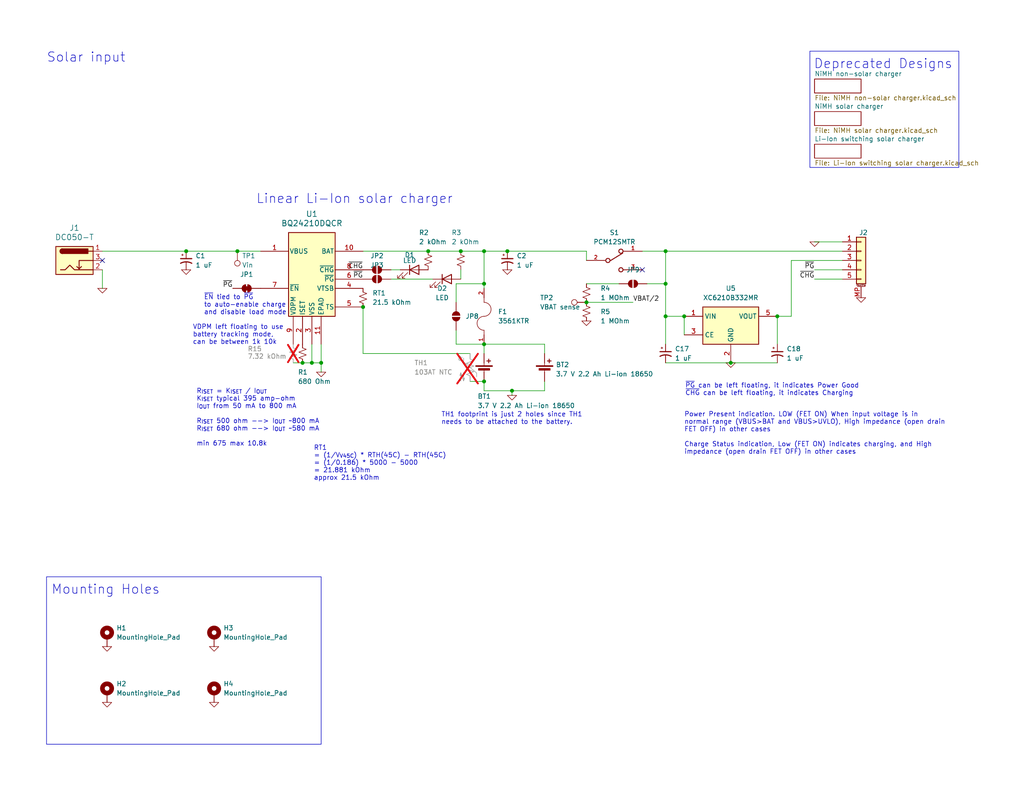
<source format=kicad_sch>
(kicad_sch (version 20250114) (generator "eeschema") (generator_version "9.0")
  (paper "USLetter")
  (title_block (title "ENTS Node Battery Module") (date "2025-08-26") (rev "3") (comment 1 "Jack Lin"))
  (lib_symbols
    (symbol "3561KTR:3561KTR" (pin_names (offset 1.016))
      (property "Reference" "F" (at -2.54 5.08 0))
      (property "Value" "3561KTR" (at -2.54 -5.08 0))
      (symbol "3561KTR_0_0"
        (polyline (pts (xy -5.08 0) (xy -3.81 0)) (stroke (width 0.1524)))
        (arc (start -3.81 0) (mid -1.905 1.8967) (end 0 0) (stroke (width 0.1524)))
        (arc (start 3.81 0) (mid 1.905 -1.8967) (end 0 0) (stroke (width 0.1524)))
        (polyline (pts (xy 5.08 0) (xy 3.81 0)) (stroke (width 0.1524)))
        (pin passive line (at -7.62 0 0) (length 2.54) (name "~") (number "1"))
      )
      (symbol "3561KTR_1_0"
        (pin passive line (at 7.62 0 180) (length 2.54) (name "~") (number "2"))
      )
    )
    (symbol "BQ24210:BQ24210DQCR" (pin_names (offset 0.254))
      (property "Reference" "U" (at 13.97 10.16 0))
      (property "Value" "BQ24210DQCR" (at 13.97 7.62 0))
      (symbol "BQ24210DQCR_0_1"
        (rectangle (start 7.62 5.08) (end 20.32 -17.78) (stroke (width 0.254)) (fill (type background)))
        (pin bidirectional line (at 0 0 0) (length 7.62) (name "VBUS") (number "1"))
        (pin input line (at 8.89 -25.4 90) (length 7.62) (name "VDPM") (number "9"))
        (pin input line (at 11.43 -25.4 90) (length 7.62) (name "ISET") (number "2"))
        (pin power_in line (at 13.97 -25.4 90) (length 7.62) (name "VSS") (number "3"))
        (pin power_in line (at 16.51 -25.4 90) (length 7.62) (name "EPAD") (number "11"))
        (pin bidirectional line (at 27.94 0 180) (length 7.62) (name "BAT") (number "10"))
        (pin output line (at 27.94 -10.16 180) (length 7.62) (name "VTSB") (number "4"))
        (pin input line (at 27.94 -15.24 180) (length 7.62) (name "TS") (number "5"))
      )
      (symbol "BQ24210DQCR_1_1"
        (pin input line (at 0 -10.16 0) (length 7.62) (name "~{EN}") (number "7"))
        (pin output line (at 27.94 -5.08 180) (length 7.62) (name "~{CHG}") (number "8"))
        (pin output line (at 27.94 -7.62 180) (length 7.62) (name "~{PG}") (number "6"))
      )
    )
    (symbol "Connector:Barrel_Jack_Switch" (pin_names (hide yes))
      (property "Reference" "J" (at 0 5.334 0))
      (property "Value" "Barrel_Jack_Switch" (at 0 -5.08 0))
      (symbol "Barrel_Jack_Switch_0_1"
        (rectangle (start -5.08 3.81) (end 5.08 -3.81) (stroke (width 0.254)) (fill (type background)))
        (polyline (pts (xy -3.81 -2.54) (xy -2.54 -2.54) (xy -1.27 -1.27) (xy 0 -2.54) (xy 2.54 -2.54) (xy 5.08 -2.54)) (stroke (width 0.254)))
        (arc (start -3.302 1.905) (mid -3.9343 2.54) (end -3.302 3.175) (stroke (width 0.254)))
        (arc (start -3.302 1.905) (mid -3.9343 2.54) (end -3.302 3.175) (stroke (width 0.254)) (fill (type outline)))
        (polyline (pts (xy 1.27 -2.286) (xy 1.905 -1.651)) (stroke (width 0.254)))
        (rectangle (start 3.683 3.175) (end -3.302 1.905) (stroke (width 0.254)) (fill (type outline)))
        (polyline (pts (xy 5.08 2.54) (xy 3.81 2.54)) (stroke (width 0.254)))
        (polyline (pts (xy 5.08 0) (xy 1.27 0) (xy 1.27 -2.286) (xy 0.635 -1.651)) (stroke (width 0.254)))
      )
      (symbol "Barrel_Jack_Switch_1_1"
        (pin passive line (at 7.62 2.54 180) (length 2.54) (name "~") (number "1"))
        (pin passive line (at 7.62 0 180) (length 2.54) (name "~") (number "3"))
        (pin passive line (at 7.62 -2.54 180) (length 2.54) (name "~") (number "2"))
      )
    )
    (symbol "Connector:TestPoint" (pin_numbers (hide yes)) (pin_names (offset 0.762) (hide yes))
      (property "Reference" "TP" (at 0 6.858 0))
      (property "Value" "TestPoint" (at 0 5.08 0))
      (symbol "TestPoint_0_1"
        (circle (center 0 3.302) (radius 0.762))
      )
      (symbol "TestPoint_1_1"
        (pin passive line (at 0 0 90) (length 2.54) (name "1") (number "1"))
      )
    )
    (symbol "Connector_Generic_MountingPin:Conn_01x05_MountingPin" (pin_names (offset 1.016) (hide yes))
      (property "Reference" "J" (at 0 7.62 0))
      (property "Value" "Conn_01x05_MountingPin" (at 1.27 -7.62 0))
      (symbol "Conn_01x05_MountingPin_1_1"
        (rectangle (start -1.27 6.35) (end 1.27 -6.35) (stroke (width 0.254)) (fill (type background)))
        (rectangle (start -1.27 5.207) (end 0 4.953) (stroke (width 0.1524)))
        (rectangle (start -1.27 2.667) (end 0 2.413) (stroke (width 0.1524)))
        (rectangle (start -1.27 0.127) (end 0 -0.127) (stroke (width 0.1524)))
        (rectangle (start -1.27 -2.413) (end 0 -2.667) (stroke (width 0.1524)))
        (rectangle (start -1.27 -4.953) (end 0 -5.207) (stroke (width 0.1524)))
        (polyline (pts (xy -1.016 -7.112) (xy 1.016 -7.112)) (stroke (width 0.1524)))
        (text "Mounting" (at 0 -6.731 0) (effects (font (size 0.381 0.381))))
        (pin passive line (at -5.08 5.08 0) (length 3.81) (name "Pin_1") (number "1"))
        (pin passive line (at -5.08 2.54 0) (length 3.81) (name "Pin_2") (number "2"))
        (pin passive line (at -5.08 0 0) (length 3.81) (name "Pin_3") (number "3"))
        (pin passive line (at -5.08 -2.54 0) (length 3.81) (name "Pin_4") (number "4"))
        (pin passive line (at -5.08 -5.08 0) (length 3.81) (name "Pin_5") (number "5"))
        (pin passive line (at 0 -10.16 90) (length 3.048) (name "MountPin") (number "MP"))
      )
    )
    (symbol "Device:Battery_Cell" (pin_numbers (hide yes)) (pin_names (offset 0) (hide yes))
      (property "Reference" "BT" (at 2.54 2.54 0))
      (property "Value" "Battery_Cell" (at 2.54 0 0))
      (symbol "Battery_Cell_0_1"
        (rectangle (start -2.286 1.778) (end 2.286 1.524) (fill (type outline)))
        (rectangle (start -1.524 1.016) (end 1.524 0.508) (fill (type outline)))
        (polyline (pts (xy 0 1.778) (xy 0 2.54)))
        (polyline (pts (xy 0 0.762) (xy 0 0)))
        (polyline (pts (xy 0.762 3.048) (xy 1.778 3.048)) (stroke (width 0.254)))
        (polyline (pts (xy 1.27 3.556) (xy 1.27 2.54)) (stroke (width 0.254)))
      )
      (symbol "Battery_Cell_1_1"
        (pin passive line (at 0 5.08 270) (length 2.54) (name "+") (number "1"))
        (pin passive line (at 0 -2.54 90) (length 2.54) (name "-") (number "2"))
      )
    )
    (symbol "Device:C_Polarized_Small_US" (pin_numbers (hide yes)) (pin_names (offset 0.254) (hide yes))
      (property "Reference" "C" (at 0.254 1.778 0))
      (property "Value" "C_Polarized_Small_US" (at 0.254 -2.032 0))
      (symbol "C_Polarized_Small_US_0_1"
        (polyline (pts (xy -1.524 0.508) (xy 1.524 0.508)) (stroke (width 0.3048)))
        (polyline (pts (xy -1.27 1.524) (xy -0.762 1.524)))
        (polyline (pts (xy -1.016 1.27) (xy -1.016 1.778)))
        (arc (start -1.524 -0.762) (mid 0 -0.3734) (end 1.524 -0.762) (stroke (width 0.3048)))
      )
      (symbol "C_Polarized_Small_US_1_1"
        (pin passive line (at 0 2.54 270) (length 2.032) (name "~") (number "1"))
        (pin passive line (at 0 -2.54 90) (length 2.032) (name "~") (number "2"))
      )
    )
    (symbol "Device:LED" (pin_numbers (hide yes)) (pin_names (offset 1.016) (hide yes))
      (property "Reference" "D" (at 0 2.54 0))
      (property "Value" "LED" (at 0 -2.54 0))
      (symbol "LED_0_1"
        (polyline (pts (xy -3.048 -0.762) (xy -4.572 -2.286) (xy -3.81 -2.286) (xy -4.572 -2.286) (xy -4.572 -1.524)))
        (polyline (pts (xy -1.778 -0.762) (xy -3.302 -2.286) (xy -2.54 -2.286) (xy -3.302 -2.286) (xy -3.302 -1.524)))
        (polyline (pts (xy -1.27 0) (xy 1.27 0)))
        (polyline (pts (xy -1.27 -1.27) (xy -1.27 1.27)) (stroke (width 0.254)))
        (polyline (pts (xy 1.27 -1.27) (xy 1.27 1.27) (xy -1.27 0) (xy 1.27 -1.27)) (stroke (width 0.254)))
      )
      (symbol "LED_1_1"
        (pin passive line (at -3.81 0 0) (length 2.54) (name "K") (number "1"))
        (pin passive line (at 3.81 0 180) (length 2.54) (name "A") (number "2"))
      )
    )
    (symbol "Device:R_Small_US" (pin_numbers (hide yes)) (pin_names (offset 0.254) (hide yes))
      (property "Reference" "R" (at 0.762 0.508 0))
      (property "Value" "R_Small_US" (at 0.762 -1.016 0))
      (symbol "R_Small_US_1_1"
        (polyline (pts (xy 0 1.524) (xy 1.016 1.143) (xy 0 0.762) (xy -1.016 0.381) (xy 0 0)))
        (polyline (pts (xy 0 0) (xy 1.016 -0.381) (xy 0 -0.762) (xy -1.016 -1.143) (xy 0 -1.524)))
        (pin passive line (at 0 2.54 270) (length 1.016) (name "~") (number "1"))
        (pin passive line (at 0 -2.54 90) (length 1.016) (name "~") (number "2"))
      )
    )
    (symbol "Device:Thermistor_NTC_US" (pin_numbers (hide yes)) (pin_names (offset 0))
      (property "Reference" "TH" (at -4.445 0 90))
      (property "Value" "Thermistor_NTC_US" (at 3.175 0 90))
      (symbol "Thermistor_NTC_US_0_1"
        (arc (start -3.175 2.413) (mid -3.0506 2.3165) (end -3.048 2.159))
        (arc (start -3.048 2.794) (mid -2.9736 2.9736) (end -2.794 3.048))
        (arc (start -2.794 3.048) (mid -2.6144 2.9736) (end -2.54 2.794))
        (arc (start -2.794 2.54) (mid -2.9736 2.6144) (end -3.048 2.794))
        (arc (start -2.794 1.905) (mid -2.9736 1.9794) (end -3.048 2.159))
        (arc (start -2.54 2.159) (mid -2.6144 1.9794) (end -2.794 1.905))
        (arc (start -2.159 2.794) (mid -2.434 2.5608) (end -2.794 2.54))
        (polyline (pts (xy -2.54 2.159) (xy -2.54 2.794)))
        (polyline (pts (xy -2.54 -3.683) (xy -2.54 -1.397) (xy -2.794 -2.159) (xy -2.286 -2.159) (xy -2.54 -1.397) (xy -2.54 -1.651)) (fill (type outline)))
        (polyline (pts (xy -1.778 2.54) (xy -1.778 1.524) (xy 1.778 -1.524) (xy 1.778 -2.54)))
        (polyline (pts (xy -1.778 -1.397) (xy -1.778 -3.683) (xy -2.032 -2.921) (xy -1.524 -2.921) (xy -1.778 -3.683) (xy -1.778 -3.429)) (fill (type outline)))
        (polyline (pts (xy 0 2.286) (xy 0 2.54)))
        (polyline (pts (xy 0 2.286) (xy 1.016 1.905) (xy 0 1.524) (xy -1.016 1.143) (xy 0 0.762)))
        (polyline (pts (xy 0 0.762) (xy 1.016 0.381) (xy 0 0) (xy -1.016 -0.381) (xy 0 -0.762)))
        (polyline (pts (xy 0 -0.762) (xy 1.016 -1.143) (xy 0 -1.524) (xy -1.016 -1.905) (xy 0 -2.286)))
        (polyline (pts (xy 0 -2.286) (xy 0 -2.54)))
      )
      (symbol "Thermistor_NTC_US_1_1"
        (pin passive line (at 0 3.81 270) (length 1.27) (name "~") (number "1"))
        (pin passive line (at 0 -3.81 90) (length 1.27) (name "~") (number "2"))
      )
    )
    (symbol "JS102011SAQN:JS102011SAQN" (pin_names (offset 1.016))
      (property "Reference" "S" (at -7.6229 5.0819 0))
      (property "Value" "JS102011SAQN" (at -7.6286 -5.0857 0))
      (symbol "JS102011SAQN_0_0"
        (circle (center -1.778 2.54) (radius 0.568) (stroke (width 0.254)))
        (circle (center -1.778 -2.54) (radius 0.568) (stroke (width 0.254)))
        (polyline (pts (xy 1.016 0) (xy -2.286 2.032)) (stroke (width 0.254)))
        (circle (center 1.778 0) (radius 0.568) (stroke (width 0.254)))
        (pin passive line (at -7.62 2.54 0) (length 5.08) (name "~") (number "1"))
        (pin passive line (at -7.62 -2.54 0) (length 5.08) (name "~") (number "3"))
        (pin passive line (at 7.62 0 180) (length 5.08) (name "~") (number "2"))
      )
    )
    (symbol "Jumper:SolderJumper_2_Bridged" (pin_numbers (hide yes)) (pin_names (offset 0) (hide yes)) (exclude_from_sim yes) (in_bom no)
      (property "Reference" "JP" (at 0 2.032 0))
      (property "Value" "SolderJumper_2_Bridged" (at 0 -2.54 0))
      (symbol "SolderJumper_2_Bridged_0_1"
        (rectangle (start -0.508 0.508) (end 0.508 -0.508) (fill (type outline)))
        (polyline (pts (xy -0.254 1.016) (xy -0.254 -1.016)))
        (arc (start -0.254 -1.016) (mid -1.2656 0) (end -0.254 1.016))
        (arc (start -0.254 -1.016) (mid -1.2656 0) (end -0.254 1.016) (fill (type outline)))
        (arc (start 0.254 1.016) (mid 1.2656 0) (end 0.254 -1.016))
        (arc (start 0.254 1.016) (mid 1.2656 0) (end 0.254 -1.016) (fill (type outline)))
        (polyline (pts (xy 0.254 1.016) (xy 0.254 -1.016)))
      )
      (symbol "SolderJumper_2_Bridged_1_1"
        (pin passive line (at -3.81 0 0) (length 2.54) (name "A") (number "1"))
        (pin passive line (at 3.81 0 180) (length 2.54) (name "B") (number "2"))
      )
    )
    (symbol "Jumper:SolderJumper_2_Open" (pin_numbers (hide yes)) (pin_names (offset 0) (hide yes)) (exclude_from_sim yes) (in_bom no)
      (property "Reference" "JP" (at 0 2.032 0))
      (property "Value" "SolderJumper_2_Open" (at 0 -2.54 0))
      (symbol "SolderJumper_2_Open_0_1"
        (polyline (pts (xy -0.254 1.016) (xy -0.254 -1.016)))
        (arc (start -0.254 -1.016) (mid -1.2656 0) (end -0.254 1.016))
        (arc (start -0.254 -1.016) (mid -1.2656 0) (end -0.254 1.016) (fill (type outline)))
        (arc (start 0.254 1.016) (mid 1.2656 0) (end 0.254 -1.016))
        (arc (start 0.254 1.016) (mid 1.2656 0) (end 0.254 -1.016) (fill (type outline)))
        (polyline (pts (xy 0.254 1.016) (xy 0.254 -1.016)))
      )
      (symbol "SolderJumper_2_Open_1_1"
        (pin passive line (at -3.81 0 0) (length 2.54) (name "A") (number "1"))
        (pin passive line (at 3.81 0 180) (length 2.54) (name "B") (number "2"))
      )
    )
    (symbol "Mechanical:MountingHole_Pad" (pin_numbers (hide yes)) (pin_names (offset 1.016) (hide yes)) (exclude_from_sim yes) (in_bom no)
      (property "Reference" "H" (at 0 6.35 0))
      (property "Value" "MountingHole_Pad" (at 0 4.445 0))
      (symbol "MountingHole_Pad_0_1"
        (circle (center 0 1.27) (radius 1.27) (stroke (width 1.27)))
      )
      (symbol "MountingHole_Pad_1_1"
        (pin input line (at 0 -2.54 90) (length 2.54) (name "1") (number "1"))
      )
    )
    (symbol "Regulator_Linear:XC6210B332MR"
      (property "Reference" "U" (at 0 8.89 0))
      (property "Value" "XC6210B332MR" (at 0 6.35 0))
      (symbol "XC6210B332MR_0_1"
        (rectangle (start -7.62 5.08) (end 7.62 -5.08) (stroke (width 0.254)) (fill (type background)))
      )
      (symbol "XC6210B332MR_1_1"
        (pin power_in line (at -12.7 2.54 0) (length 5.08) (name "VIN") (number "1"))
        (pin input line (at -12.7 -2.54 0) (length 5.08) (name "CE") (number "3"))
        (pin power_in line (at 0 -10.16 90) (length 5.08) (name "GND") (number "2"))
        (pin no_connect line (at 7.62 -2.54 180) (length 5.08) (hide yes) (name "NC") (number "4"))
        (pin power_out line (at 12.7 2.54 180) (length 5.08) (name "VOUT") (number "5"))
      )
    )
    (symbol "Simulation_SPICE:0" (power) (pin_numbers (hide yes)) (pin_names (offset 0) (hide yes))
      (property "Value" "0" (at 0 -2.54 0))
      (symbol "0_0_1"
        (polyline (pts (xy -1.27 0) (xy 0 -1.27) (xy 1.27 0) (xy -1.27 0)))
      )
      (symbol "0_1_1"
        (pin power_in line (at 0 0 0) (length 0) (name "~") (number "1"))
      )
    )
  )
  (rectangle (start 220.98 13.97) (end 261.62 45.72))
  (rectangle (start 12.7 157.48) (end 87.63 203.2))
  (text "TH1 footprint is just 2 holes since TH1\nneeds to be attached to the battery." (at 120.396 114.3 0) (effects (font (size 1.27 1.27)) (justify left)))
  (text "Linear Li-Ion solar charger" (at 69.85 55.88 0) (effects (font (size 2.54 2.54)) (justify left bottom)))
  (text "Solar input" (at 12.7 17.272 0) (effects (font (size 2.54 2.54)) (justify left bottom)))
  (text "R_{ISET} = K_{ISET} / I_{OUT}\nK_{ISET} typical 395 amp-ohm\nI_{OUT} from 50 mA to 800 mA\n\nR_{ISET} 500 ohm --> I_{OUT} ~800 mA\nR_{ISET} 680 ohm --> I_{OUT} ~580 mA\n\nmin 675 max 10.8k" (at 53.594 106.172 0) (effects (font (size 1.27 1.27)) (justify left top)))
  (text "Deprecated Designs" (at 221.996 19.05 0) (effects (font (size 2.54 2.54)) (justify left bottom)))
  (text "~{PG} can be left floating, it indicates Power Good\n~{CHG} can be left floating, it indicates Charging" (at 186.944 104.648 0) (effects (font (size 1.27 1.27)) (justify left top)))
  (text "Mounting Holes" (at 13.97 162.56 0) (effects (font (size 2.54 2.54)) (justify left bottom)))
  (text "VDPM left floating to use\nbattery tracking mode,\ncan be between 1k 10k" (at 52.578 88.646 0) (effects (font (size 1.27 1.27)) (justify left top)))
  (text "~{EN} tied to ~{PG}\nto auto-enable charge\nand disable load mode" (at 55.626 83.312 0) (effects (font (size 1.27 1.27)) (justify left)))
  (text "RT1\n= (1/V_{V45C}) * RTH(45C) - RTH(45C)\n= (1/0.186) * 5000 - 5000\n= 21.881 kOhm\napprox 21.5 kOhm" (at 85.598 126.492 0) (effects (font (size 1.27 1.27)) (justify left)))
  (text "Power Present indication. LOW (FET ON) When input voltage is in\nnormal range (VBUS>BAT and VBUS>UVLO), High impedance (open drain\nFET OFF) in other cases\n\nCharge Status indication, Low (FET ON) indicates charging, and High\nimpedance (open drain FET OFF) in other cases" (at 186.69 118.364 0) (effects (font (size 1.27 1.27)) (justify left)))
  (junction (at 132.08 77.47))
  (junction (at 138.43 68.58))
  (junction (at 116.84 68.58))
  (junction (at 125.73 68.58))
  (junction (at 139.7 106.68))
  (junction (at 181.61 68.58))
  (junction (at 64.77 68.58))
  (junction (at 199.39 99.06))
  (junction (at 50.8 68.58))
  (junction (at 132.08 68.58))
  (junction (at 160.02 82.55))
  (junction (at 82.55 99.06))
  (junction (at 181.61 77.47))
  (junction (at 212.09 86.36))
  (junction (at 87.63 99.06))
  (junction (at 186.69 86.36))
  (junction (at 181.61 86.36))
  (junction (at 132.08 104.14))
  (junction (at 132.08 93.98))
  (junction (at 99.06 83.82))
  (junction (at 85.09 99.06))
  (no_connect (at 27.94 71.12))
  (no_connect (at 175.26 73.66))
  (wire (pts (xy 181.61 68.58) (xy 229.87 68.58)))
  (wire (pts (xy 229.87 71.12) (xy 215.9 71.12)))
  (wire (pts (xy 160.02 77.47) (xy 168.91 77.47)))
  (wire (pts (xy 106.68 73.66) (xy 109.22 73.66)))
  (wire (pts (xy 148.59 106.68) (xy 148.59 104.14)))
  (wire (pts (xy 125.73 73.66) (xy 125.73 76.2)))
  (wire (pts (xy 148.59 93.98) (xy 148.59 96.52)))
  (wire (pts (xy 139.7 106.68) (xy 139.7 107.95)))
  (wire (pts (xy 160.02 68.58) (xy 160.02 71.12)))
  (wire (pts (xy 128.27 104.14) (xy 132.08 104.14)))
  (wire (pts (xy 186.69 86.36) (xy 186.69 91.44)))
  (wire (pts (xy 124.46 77.47) (xy 132.08 77.47)))
  (wire (pts (xy 124.46 90.17) (xy 124.46 93.98)))
  (wire (pts (xy 27.94 78.74) (xy 27.94 73.66)))
  (wire (pts (xy 132.08 106.68) (xy 139.7 106.68)))
  (wire (pts (xy 132.08 104.14) (xy 132.08 106.68)))
  (wire (pts (xy 132.08 93.98) (xy 148.59 93.98)))
  (wire (pts (xy 27.94 68.58) (xy 50.8 68.58)))
  (wire (pts (xy 116.84 68.58) (xy 125.73 68.58)))
  (wire (pts (xy 212.09 86.36) (xy 212.09 93.98)))
  (wire (pts (xy 215.9 86.36) (xy 212.09 86.36)))
  (wire (pts (xy 215.9 86.36) (xy 215.9 71.12)))
  (wire (pts (xy 175.26 68.58) (xy 181.61 68.58)))
  (wire (pts (xy 176.53 77.47) (xy 181.61 77.47)))
  (wire (pts (xy 64.77 68.58) (xy 71.12 68.58)))
  (wire (pts (xy 124.46 82.55) (xy 124.46 77.47)))
  (wire (pts (xy 138.43 68.58) (xy 160.02 68.58)))
  (wire (pts (xy 85.09 99.06) (xy 85.09 93.98)))
  (wire (pts (xy 222.25 76.2) (xy 229.87 76.2)))
  (wire (pts (xy 199.39 99.06) (xy 181.61 99.06)))
  (wire (pts (xy 87.63 99.06) (xy 87.63 101.6)))
  (wire (pts (xy 50.8 68.58) (xy 64.77 68.58)))
  (wire (pts (xy 181.61 77.47) (xy 181.61 68.58)))
  (wire (pts (xy 85.09 99.06) (xy 87.63 99.06)))
  (wire (pts (xy 132.08 68.58) (xy 138.43 68.58)))
  (wire (pts (xy 181.61 86.36) (xy 181.61 77.47)))
  (wire (pts (xy 132.08 93.98) (xy 132.08 96.52)))
  (wire (pts (xy 139.7 106.68) (xy 148.59 106.68)))
  (wire (pts (xy 87.63 99.06) (xy 87.63 93.98)))
  (wire (pts (xy 199.39 99.06) (xy 212.09 99.06)))
  (wire (pts (xy 222.25 66.04) (xy 229.87 66.04)))
  (wire (pts (xy 132.08 77.47) (xy 132.08 78.74)))
  (wire (pts (xy 160.02 82.55) (xy 172.72 82.55)))
  (wire (pts (xy 106.68 76.2) (xy 118.11 76.2)))
  (wire (pts (xy 132.08 68.58) (xy 132.08 77.47)))
  (wire (pts (xy 222.25 73.66) (xy 229.87 73.66)))
  (wire (pts (xy 99.06 96.52) (xy 99.06 83.82)))
  (wire (pts (xy 128.27 96.52) (xy 99.06 96.52)))
  (wire (pts (xy 99.06 68.58) (xy 116.84 68.58)))
  (wire (pts (xy 181.61 86.36) (xy 186.69 86.36)))
  (wire (pts (xy 80.01 99.06) (xy 82.55 99.06)))
  (wire (pts (xy 82.55 99.06) (xy 85.09 99.06)))
  (wire (pts (xy 124.46 93.98) (xy 132.08 93.98)))
  (wire (pts (xy 181.61 93.98) (xy 181.61 86.36)))
  (wire (pts (xy 125.73 68.58) (xy 132.08 68.58)))
  (label "VBAT{slash}2" (at 172.72 82.55 0))
  (label "~{PG}" (at 222.25 73.66 180))
  (label "~{PG}" (at 99.06 76.2 180))
  (label "~{CHG}" (at 99.06 73.66 180))
  (label "~{PG}" (at 63.5 78.74 180))
  (label "~{CHG}" (at 222.25 76.2 180))
  (symbol (lib_id "Device:C_Polarized_Small_US") (at 138.43 71.12 0) (unit 1)
    (property "Reference" "C2" (at 140.97 69.85 0) (effects (justify left)))
    (property "Value" "1 uF" (at 140.97 72.39 0) (effects (justify left)))
    (property "Footprint" "Capacitor_SMD:C_0603_1608Metric" (effects (hide yes)))
    (property "Description" "Polarized capacitor, small US symbol" (effects (hide yes)))
  )
  (symbol (lib_id "Simulation_SPICE:0") (at 58.42 191.77 0) (unit 1)
    (property "Reference" "#GND06" (effects (hide yes)))
    (property "Value" "0" (effects (hide yes)))
    (property "Datasheet" "https://ngspice.sourceforge.io/docs/ngspice-html-manual/manual.xhtml#subsec_Circuit_elements__device" (effects (hide yes)))
    (property "Description" "0V reference potential for simulation" (effects (hide yes)))
  )
  (symbol (lib_id "Mechanical:MountingHole_Pad") (at 29.21 189.23 0) (unit 1) (in_bom no)
    (property "Reference" "H2" (at 31.75 186.69 0) (effects (justify left)))
    (property "Value" "MountingHole_Pad" (at 31.75 189.23 0) (effects (justify left)))
    (property "Footprint" "MountingHole:MountingHole_3.2mm_M3_ISO7380_Pad_TopBottom" (effects (hide yes)))
    (property "Description" "Mounting Hole with connection" (effects (hide yes)))
  )
  (symbol (lib_id "Device:C_Polarized_Small_US") (at 181.61 96.52 0) (unit 1)
    (property "Reference" "C17" (at 184.15 95.25 0) (effects (justify left)))
    (property "Value" "1 uF" (at 184.15 97.79 0) (effects (justify left)))
    (property "Footprint" "Capacitor_SMD:C_0603_1608Metric" (effects (hide yes)))
    (property "Description" "Polarized capacitor, small US symbol" (effects (hide yes)))
  )
  (symbol (lib_id "Device:R_Small_US") (at 99.06 81.28 0) (unit 1)
    (property "Reference" "RT1" (at 101.6 80.0099 0) (effects (justify left)))
    (property "Value" "21.5 kOhm" (at 101.6 82.5499 0) (effects (justify left)))
    (property "Footprint" "Resistor_SMD:R_0603_1608Metric" (effects (hide yes)))
    (property "Description" "Resistor, small US symbol" (effects (hide yes)))
  )
  (symbol (lib_id "Device:Thermistor_NTC_US") (at 128.27 100.33 0) (unit 1) (dnp yes)
    (property "Reference" "TH1" (at 113.03 99.06 0) (effects (justify left)))
    (property "Value" "103AT NTC" (at 113.03 101.6 0) (effects (justify left)))
    (property "Footprint" "Connector_PinHeader_2.54mm:PinHeader_1x02_P2.54mm_Vertical" (effects (hide yes)))
    (property "Datasheet" "https://www.semitec-global.com/uploads/2022/01/P12-13-AT-Thermistor.pdf" (effects (hide yes)))
    (property "Description" "Temperature dependent resistor, negative temperature coefficient, US symbol" (effects (hide yes)))
    (property "MFC" "Semitec" (effects (hide yes)))
    (property "MPN" "103AT-4-70374" (effects (hide yes)))
    (property "QTY" "1" (effects (hide yes)))
    (property "REF" "TH1" (effects (hide yes)))
    (property "Digikey" "4316-103AT-4-70374-ND" (effects (hide yes)))
    (property "LCSC" "C20583168" (effects (hide yes)))
  )
  (symbol (lib_id "Simulation_SPICE:0") (at 160.02 87.63 0) (unit 1)
    (property "Reference" "#GND010" (effects (hide yes)))
    (property "Value" "0" (effects (hide yes)))
    (property "Datasheet" "https://ngspice.sourceforge.io/docs/ngspice-html-manual/manual.xhtml#subsec_Circuit_elements__device" (effects (hide yes)))
    (property "Description" "0V reference potential for simulation" (effects (hide yes)))
  )
  (symbol (lib_id "Connector:TestPoint") (at 160.02 82.55 90) (unit 1)
    (property "Reference" "TP2" (at 147.32 81.28 90) (effects (justify right)))
    (property "Value" "VBAT sense" (at 147.32 83.82 90) (effects (justify right)))
    (property "Footprint" "TestPoint:TestPoint_Pad_D1.5mm" (effects (hide yes)))
    (property "Description" "test point" (effects (hide yes)))
  )
  (symbol (lib_id "Connector:Barrel_Jack_Switch") (at 20.32 71.12 0) (unit 1)
    (property "Reference" "J1" (at 20.32 62.23 0) (effects (font (size 1.524 1.524))))
    (property "Value" "DC050-T" (at 20.32 64.77 0) (effects (font (size 1.524 1.524))))
    (property "Footprint" "DC050-T:DC050-T" (effects (hide yes)))
    (property "Datasheet" "https://www.lcsc.com/datasheet/lcsc_datasheet_2403261130_SHOU-HAN-DC050-T_C431534.pdf" (effects (hide yes)))
    (property "Description" "DC Barrel Jack with an internal switch" (effects (hide yes)))
    (property "MFC" "Shou Han" (effects (hide yes)))
    (property "MPN" "DC050-T" (effects (hide yes)))
    (property "QTY" "1" (effects (hide yes)))
    (property "REF" "J1" (effects (hide yes)))
    (property "LCSC" "C431534" (effects (hide yes)))
  )
  (symbol (lib_id "Jumper:SolderJumper_2_Bridged") (at 67.31 78.74 0) (unit 1) (exclude_from_sim yes) (in_bom no)
    (property "Reference" "JP1" (at 67.31 74.93 0))
    (property "Value" "SolderJumper_2_Bridged" (effects (hide yes)))
    (property "Footprint" "Jumper:SolderJumper-2_P1.3mm_Bridged_RoundedPad1.0x1.5mm" (effects (hide yes)))
    (property "Description" "Solder Jumper, 2-pole, closed/bridged" (effects (hide yes)))
  )
  (symbol (lib_id "Jumper:SolderJumper_2_Open") (at 124.46 86.36 90) (unit 1) (exclude_from_sim yes) (in_bom no)
    (property "Reference" "JP8" (at 127 86.3599 90) (effects (justify right)))
    (property "Value" "SolderJumper_2_Open" (effects (hide yes)))
    (property "Footprint" "Jumper:SolderJumper-2_P1.3mm_Open_RoundedPad1.0x1.5mm" (effects (hide yes)))
    (property "Description" "Solder Jumper, 2-pole, open" (effects (hide yes)))
  )
  (symbol (lib_id "Simulation_SPICE:0") (at 199.39 99.06 0) (unit 1)
    (property "Reference" "#GND045" (effects (hide yes)))
    (property "Value" "0" (effects (hide yes)))
    (property "Datasheet" "https://ngspice.sourceforge.io/docs/ngspice-html-manual/manual.xhtml#subsec_Circuit_elements__device" (effects (hide yes)))
    (property "Description" "0V reference potential for simulation" (effects (hide yes)))
  )
  (symbol (lib_id "Jumper:SolderJumper_2_Open") (at 102.87 76.2 0) (unit 1) (exclude_from_sim yes) (in_bom no)
    (property "Reference" "JP3" (at 102.87 72.39 0))
    (property "Value" "SolderJumper_2_Open" (effects (hide yes)))
    (property "Footprint" "Jumper:SolderJumper-2_P1.3mm_Open_RoundedPad1.0x1.5mm" (effects (hide yes)))
    (property "Description" "Solder Jumper, 2-pole, open" (effects (hide yes)))
  )
  (symbol (lib_id "Device:R_Small_US") (at 116.84 71.12 0) (unit 1)
    (property "Reference" "R2" (at 114.3 63.5 0) (effects (justify left)))
    (property "Value" "2 kOhm" (at 114.3 66.04 0) (effects (justify left)))
    (property "Footprint" "Resistor_SMD:R_0603_1608Metric" (effects (hide yes)))
    (property "Description" "Resistor, small US symbol" (effects (hide yes)))
  )
  (symbol (lib_id "Simulation_SPICE:0") (at 29.21 176.53 0) (unit 1)
    (property "Reference" "#GND01" (effects (hide yes)))
    (property "Value" "0" (effects (hide yes)))
    (property "Datasheet" "https://ngspice.sourceforge.io/docs/ngspice-html-manual/manual.xhtml#subsec_Circuit_elements__device" (effects (hide yes)))
    (property "Description" "0V reference potential for simulation" (effects (hide yes)))
  )
  (symbol (lib_id "3561KTR:3561KTR") (at 132.08 86.36 90) (unit 1)
    (property "Reference" "F1" (at 135.89 85.0899 90) (effects (justify right)))
    (property "Value" "3561KTR" (at 135.89 87.6299 90) (effects (justify right)))
    (property "Footprint" "3561KTR:FUSE_3561KTR" (effects (hide yes)))
    (property "Datasheet" "https://www.keyelco.com/product-pdf.cfm?p=14395" (effects (hide yes)))
    (property "PARTREV" "E" (effects (hide yes)))
    (property "SNAPEDA_PN" "3561KTR" (effects (hide yes)))
    (property "STANDARD" "Manufacturer Recommendation" (effects (hide yes)))
    (property "MAXIMUM_PACKAGE_HEIGHT" "7.57mm" (effects (hide yes)))
    (property "MANUFACTURER" "Keystone" (effects (hide yes)))
    (property "MFC" "Keystone" (effects (hide yes)))
    (property "MPN" "3561KTR" (effects (hide yes)))
    (property "QTY" "2" (effects (hide yes)))
    (property "REF" "F1" (effects (hide yes)))
    (property "Digikey" "36-3561KTR-ND" (effects (hide yes)))
    (property "LCSC" "C3205939" (effects (hide yes)))
  )
  (symbol (lib_id "Device:R_Small_US") (at 160.02 85.09 0) (unit 1)
    (property "Reference" "R5" (at 163.83 85.09 0) (effects (justify left)))
    (property "Value" "1 MOhm" (at 163.83 87.63 0) (effects (justify left)))
    (property "Footprint" "Resistor_SMD:R_0603_1608Metric" (effects (hide yes)))
    (property "Description" "Resistor, small US symbol" (effects (hide yes)))
  )
  (symbol (lib_id "Device:C_Polarized_Small_US") (at 212.09 96.52 0) (unit 1)
    (property "Reference" "C18" (at 214.63 95.25 0) (effects (justify left)))
    (property "Value" "1 uF" (at 214.63 97.79 0) (effects (justify left)))
    (property "Footprint" "Capacitor_SMD:C_0603_1608Metric" (effects (hide yes)))
    (property "Description" "Polarized capacitor, small US symbol" (effects (hide yes)))
  )
  (symbol (lib_id "Simulation_SPICE:0") (at 222.25 66.04 0) (unit 1)
    (property "Reference" "#GND011" (effects (hide yes)))
    (property "Value" "0" (effects (hide yes)))
    (property "Datasheet" "https://ngspice.sourceforge.io/docs/ngspice-html-manual/manual.xhtml#subsec_Circuit_elements__device" (effects (hide yes)))
    (property "Description" "0V reference potential for simulation" (effects (hide yes)))
  )
  (symbol (lib_id "Simulation_SPICE:0") (at 27.94 78.74 0) (unit 1)
    (property "Reference" "#GND03" (effects (hide yes)))
    (property "Value" "0" (effects (hide yes)))
    (property "Datasheet" "https://ngspice.sourceforge.io/docs/ngspice-html-manual/manual.xhtml#subsec_Circuit_elements__device" (effects (hide yes)))
    (property "Description" "0V reference potential for simulation" (effects (hide yes)))
  )
  (symbol (lib_id "Simulation_SPICE:0") (at 138.43 73.66 0) (unit 1)
    (property "Reference" "#GND08" (effects (hide yes)))
    (property "Value" "0" (effects (hide yes)))
    (property "Datasheet" "https://ngspice.sourceforge.io/docs/ngspice-html-manual/manual.xhtml#subsec_Circuit_elements__device" (effects (hide yes)))
    (property "Description" "0V reference potential for simulation" (effects (hide yes)))
  )
  (symbol (lib_id "Simulation_SPICE:0") (at 139.7 107.95 0) (unit 1)
    (property "Reference" "#GND09" (effects (hide yes)))
    (property "Value" "0" (effects (hide yes)))
    (property "Datasheet" "https://ngspice.sourceforge.io/docs/ngspice-html-manual/manual.xhtml#subsec_Circuit_elements__device" (effects (hide yes)))
    (property "Description" "0V reference potential for simulation" (effects (hide yes)))
  )
  (symbol (lib_id "Regulator_Linear:XC6210B332MR") (at 199.39 88.9 0) (unit 1)
    (property "Reference" "U5" (at 199.39 78.74 0))
    (property "Value" "XC6210B332MR" (at 199.39 81.28 0))
    (property "Footprint" "Package_TO_SOT_SMD:SOT-23-5" (effects (hide yes)))
    (property "Datasheet" "https://www.torexsemi.com/file/xc6210/XC6210.pdf" (effects (hide yes)))
    (property "Description" "700mA, Low Drop-out Voltage Regulator, Fixed Output 3.3V, SOT-23-5" (effects (hide yes)))
    (property "LCSC" "C3021084" (effects (hide yes)))
    (property "MFC" "Torex Semicon (cloned by Tech Public)" (effects (hide yes)))
    (property "MPN" "XC6210B332MR" (effects (hide yes)))
    (property "QTY" "1" (effects (hide yes)))
    (property "REF" "U5" (effects (hide yes)))
  )
  (symbol (lib_id "Device:LED") (at 121.92 76.2 0) (unit 1)
    (property "Reference" "D2" (at 120.65 78.74 0))
    (property "Value" "LED" (at 120.65 81.28 0))
    (property "Footprint" "LED_SMD:LED_0603_1608Metric" (effects (hide yes)))
    (property "Description" "Light emitting diode" (effects (hide yes)))
  )
  (symbol (lib_id "Device:R_Small_US") (at 160.02 80.01 0) (unit 1)
    (property "Reference" "R4" (at 163.83 78.74 0) (effects (justify left)))
    (property "Value" "1 MOhm" (at 163.83 81.28 0) (effects (justify left)))
    (property "Footprint" "Resistor_SMD:R_0603_1608Metric" (effects (hide yes)))
    (property "Description" "Resistor, small US symbol" (effects (hide yes)))
  )
  (symbol (lib_id "Mechanical:MountingHole_Pad") (at 58.42 189.23 0) (unit 1) (in_bom no)
    (property "Reference" "H4" (at 60.96 186.69 0) (effects (justify left)))
    (property "Value" "MountingHole_Pad" (at 60.96 189.23 0) (effects (justify left)))
    (property "Footprint" "MountingHole:MountingHole_3.2mm_M3_ISO7380_Pad_TopBottom" (effects (hide yes)))
    (property "Description" "Mounting Hole with connection" (effects (hide yes)))
  )
  (symbol (lib_id "Simulation_SPICE:0") (at 87.63 101.6 0) (unit 1)
    (property "Reference" "#GND07" (effects (hide yes)))
    (property "Value" "0" (effects (hide yes)))
    (property "Datasheet" "https://ngspice.sourceforge.io/docs/ngspice-html-manual/manual.xhtml#subsec_Circuit_elements__device" (effects (hide yes)))
    (property "Description" "0V reference potential for simulation" (effects (hide yes)))
  )
  (symbol (lib_id "Device:R_Small_US") (at 82.55 96.52 0) (unit 1)
    (property "Reference" "R1" (at 81.28 101.6 0) (effects (justify left)))
    (property "Value" "680 Ohm" (at 81.28 104.14 0) (effects (justify left)))
    (property "Footprint" "Resistor_SMD:R_0603_1608Metric" (effects (hide yes)))
    (property "Description" "Resistor, small US symbol" (effects (hide yes)))
  )
  (symbol (lib_id "JS102011SAQN:JS102011SAQN") (at 167.64 71.12 0) (mirror y) (unit 1)
    (property "Reference" "S1" (at 167.64 63.5 0))
    (property "Value" "PCM12SMTR" (at 167.64 66.04 0))
    (property "Footprint" "Button_Switch_SMD:SW_SPDT_PCM12" (effects (hide yes)))
    (property "Datasheet" "https://www.ckswitches.com/media/1424/pcm.pdf" (effects (hide yes)))
    (property "MANUFACTURER" "C&K" (effects (hide yes)))
    (property "MFC" "C&K Switches" (effects (hide yes)))
    (property "MPN" "PCM12SMTR" (effects (hide yes)))
    (property "QTY" "1" (effects (hide yes)))
    (property "REF" "S1" (effects (hide yes)))
    (property "Digikey" "401-2016-2-ND" (effects (hide yes)))
    (property "LCSC" "C221841" (effects (hide yes)))
  )
  (symbol (lib_id "Device:LED") (at 113.03 73.66 0) (unit 1)
    (property "Reference" "D1" (at 111.76 69.596 0))
    (property "Value" "LED" (at 111.76 71.12 0))
    (property "Footprint" "LED_SMD:LED_0603_1608Metric" (effects (hide yes)))
    (property "Description" "Light emitting diode" (effects (hide yes)))
  )
  (symbol (lib_id "Jumper:SolderJumper_2_Open") (at 102.87 73.66 0) (unit 1) (exclude_from_sim yes) (in_bom no)
    (property "Reference" "JP2" (at 102.87 69.85 0))
    (property "Value" "SolderJumper_2_Open" (effects (hide yes)))
    (property "Footprint" "Jumper:SolderJumper-2_P1.3mm_Open_RoundedPad1.0x1.5mm" (effects (hide yes)))
    (property "Description" "Solder Jumper, 2-pole, open" (effects (hide yes)))
  )
  (symbol (lib_id "Mechanical:MountingHole_Pad") (at 58.42 173.99 0) (unit 1) (in_bom no)
    (property "Reference" "H3" (at 60.96 171.45 0) (effects (justify left)))
    (property "Value" "MountingHole_Pad" (at 60.96 173.99 0) (effects (justify left)))
    (property "Footprint" "MountingHole:MountingHole_3.2mm_M3_ISO7380_Pad_TopBottom" (effects (hide yes)))
    (property "Description" "Mounting Hole with connection" (effects (hide yes)))
  )
  (symbol (lib_id "Simulation_SPICE:0") (at 50.8 73.66 0) (unit 1)
    (property "Reference" "#GND04" (effects (hide yes)))
    (property "Value" "0" (effects (hide yes)))
    (property "Datasheet" "https://ngspice.sourceforge.io/docs/ngspice-html-manual/manual.xhtml#subsec_Circuit_elements__device" (effects (hide yes)))
    (property "Description" "0V reference potential for simulation" (effects (hide yes)))
  )
  (symbol (lib_id "Device:Battery_Cell") (at 148.59 101.6 0) (unit 1)
    (property "Reference" "BT2" (at 151.638 99.568 0) (effects (justify left)))
    (property "Value" "3.7 V 2.2 Ah Li-ion 18650" (at 151.638 102.108 0) (effects (justify left)))
    (property "Footprint" "footprints:MY-18650-02" (effects (hide yes)))
    (property "Datasheet" "https://jlcpcb.com/api/file/downloadByFileSystemAccessId/8589834392282828800" (effects (hide yes)))
    (property "Description" "Single-cell battery" (effects (hide yes)))
    (property "MFC" "MYOUNG" (effects (hide yes)))
    (property "MPN" "MY-18650-02" (effects (hide yes)))
    (property "QTY" "4" (effects (hide yes)))
    (property "REF" "BT1, BT2" (effects (hide yes)))
    (property "LCSC" "C2979182" (effects (hide yes)))
  )
  (symbol (lib_id "Connector_Generic_MountingPin:Conn_01x05_MountingPin") (at 234.95 71.12 0) (unit 1)
    (property "Reference" "J2" (at 235.585 63.5 0))
    (property "Value" "Conn_01x05_MountingPin" (effects (hide yes)))
    (property "Footprint" "Connector_JST:JST_SH_SM05B-SRSS-TB_1x05-1MP_P1.00mm_Horizontal" (effects (hide yes)))
    (property "Description" "JST SH 5 pin" (effects (hide yes)))
    (property "MFC" "JST" (effects (hide yes)))
    (property "MPN" "SM05B-SRSS-TB" (effects (hide yes)))
    (property "QTY" "1" (effects (hide yes)))
    (property "REF" "J2" (effects (hide yes)))
    (property "Digikey" "455-SM05B-SRSS-TBCT-ND" (effects (hide yes)))
    (property "LCSC" "C136657" (effects (hide yes)))
  )
  (symbol (lib_id "Device:Battery_Cell") (at 132.08 101.6 0) (unit 1)
    (property "Reference" "BT1" (at 130.302 108.204 0) (effects (justify left)))
    (property "Value" "3.7 V 2.2 Ah Li-ion 18650" (at 130.302 110.744 0) (effects (justify left)))
    (property "Footprint" "footprints:MY-18650-02" (effects (hide yes)))
    (property "Datasheet" "https://jlcpcb.com/api/file/downloadByFileSystemAccessId/8589834392282828800" (effects (hide yes)))
    (property "Description" "Single-cell battery" (effects (hide yes)))
    (property "MFC" "MYOUNG" (effects (hide yes)))
    (property "MPN" "MY-18650-02" (effects (hide yes)))
    (property "QTY" "4" (effects (hide yes)))
    (property "REF" "BT1, BT2" (effects (hide yes)))
    (property "LCSC" "C2979182" (effects (hide yes)))
  )
  (symbol (lib_id "Device:R_Small_US") (at 125.73 71.12 0) (unit 1)
    (property "Reference" "R3" (at 123.19 63.5 0) (effects (justify left)))
    (property "Value" "2 kOhm" (at 123.19 66.04 0) (effects (justify left)))
    (property "Footprint" "Resistor_SMD:R_0603_1608Metric" (effects (hide yes)))
    (property "Description" "Resistor, small US symbol" (effects (hide yes)))
  )
  (symbol (lib_id "Device:C_Polarized_Small_US") (at 50.8 71.12 0) (unit 1)
    (property "Reference" "C1" (at 53.34 69.85 0) (effects (justify left)))
    (property "Value" "1 uF" (at 53.34 72.39 0) (effects (justify left)))
    (property "Footprint" "Capacitor_SMD:C_0603_1608Metric" (effects (hide yes)))
    (property "Description" "Polarized capacitor, small US symbol" (effects (hide yes)))
  )
  (symbol (lib_id "BQ24210:BQ24210DQCR") (at 71.12 68.58 0) (unit 1)
    (property "Reference" "U1" (at 85.09 58.42 0) (effects (font (size 1.524 1.524))))
    (property "Value" "BQ24210DQCR" (at 85.09 60.96 0) (effects (font (size 1.524 1.524))))
    (property "Footprint" "BQ24210:DQC10_P84X2P4" (effects (hide yes)))
    (property "Datasheet" "https://www.ti.com/lit/gpn/bq24210" (effects (hide yes)))
    (property "MFC" "Texas Instruments" (effects (hide yes)))
    (property "MPN" "BQ24210DQCR" (effects (hide yes)))
    (property "QTY" "1" (effects (hide yes)))
    (property "REF" "U1" (effects (hide yes)))
    (property "Digikey" "296-BQ24210DQCRTR-ND" (effects (hide yes)))
    (property "LCSC" "C524795" (effects (hide yes)))
  )
  (symbol (lib_id "Simulation_SPICE:0") (at 29.21 191.77 0) (unit 1)
    (property "Reference" "#GND02" (effects (hide yes)))
    (property "Value" "0" (effects (hide yes)))
    (property "Datasheet" "https://ngspice.sourceforge.io/docs/ngspice-html-manual/manual.xhtml#subsec_Circuit_elements__device" (effects (hide yes)))
    (property "Description" "0V reference potential for simulation" (effects (hide yes)))
  )
  (symbol (lib_id "Device:R_Small_US") (at 80.01 96.52 0) (unit 1) (dnp yes)
    (property "Reference" "R15" (at 67.564 95.25 0) (effects (justify left)))
    (property "Value" "7.32 kOhm" (at 67.564 97.282 0) (effects (justify left)))
    (property "Footprint" "Resistor_SMD:R_0603_1608Metric" (effects (hide yes)))
    (property "Description" "Resistor, small US symbol" (effects (hide yes)))
  )
  (symbol (lib_id "Connector:TestPoint") (at 64.77 68.58 180) (unit 1)
    (property "Reference" "TP1" (at 66.04 69.85 0) (effects (justify right)))
    (property "Value" "Vin" (at 66.04 72.39 0) (effects (justify right)))
    (property "Footprint" "TestPoint:TestPoint_Pad_D1.5mm" (effects (hide yes)))
    (property "Description" "test point" (effects (hide yes)))
  )
  (symbol (lib_id "Simulation_SPICE:0") (at 58.42 176.53 0) (unit 1)
    (property "Reference" "#GND05" (effects (hide yes)))
    (property "Value" "0" (effects (hide yes)))
    (property "Datasheet" "https://ngspice.sourceforge.io/docs/ngspice-html-manual/manual.xhtml#subsec_Circuit_elements__device" (effects (hide yes)))
    (property "Description" "0V reference potential for simulation" (effects (hide yes)))
  )
  (symbol (lib_id "Mechanical:MountingHole_Pad") (at 29.21 173.99 0) (unit 1) (in_bom no)
    (property "Reference" "H1" (at 31.75 171.45 0) (effects (justify left)))
    (property "Value" "MountingHole_Pad" (at 31.75 173.99 0) (effects (justify left)))
    (property "Footprint" "MountingHole:MountingHole_3.2mm_M3_ISO7380_Pad_TopBottom" (effects (hide yes)))
    (property "Description" "Mounting Hole with connection" (effects (hide yes)))
  )
  (symbol (lib_id "Simulation_SPICE:0") (at 234.95 81.28 0) (unit 1)
    (property "Reference" "#GND012" (effects (hide yes)))
    (property "Value" "0" (effects (hide yes)))
    (property "Datasheet" "https://ngspice.sourceforge.io/docs/ngspice-html-manual/manual.xhtml#subsec_Circuit_elements__device" (effects (hide yes)))
    (property "Description" "0V reference potential for simulation" (effects (hide yes)))
  )
  (symbol (lib_id "Jumper:SolderJumper_2_Open") (at 172.72 77.47 0) (unit 1) (exclude_from_sim yes) (in_bom no)
    (property "Reference" "JP9" (at 172.72 73.66 0))
    (property "Value" "SolderJumper_2_Open" (effects (hide yes)))
    (property "Footprint" "Jumper:SolderJumper-2_P1.3mm_Open_RoundedPad1.0x1.5mm" (effects (hide yes)))
    (property "Description" "Solder Jumper, 2-pole, open" (effects (hide yes)))
  )
  (sheet (at 222.25 39.37) (size 12.7 3.81) (stroke (width 0.1524))
    (property "Sheetname" "Li-Ion switching solar charger" (at 222.25 38.6584 0) (effects (justify left bottom)))
    (property "Sheetfile" "Li-Ion switching solar charger.kicad_sch" (at 222.25 43.7646 0) (effects (justify left top)))
  )
  (sheet (at 222.25 30.48) (size 12.7 3.81) (stroke (width 0.1524))
    (property "Sheetname" "NiMH solar charger" (at 222.25 29.7684 0) (effects (justify left bottom)))
    (property "Sheetfile" "NiMH solar charger.kicad_sch" (at 222.25 34.8746 0) (effects (justify left top)))
  )
  (sheet (at 222.25 21.59) (size 12.7 3.81) (stroke (width 0.1524))
    (property "Sheetname" "NiMH non-solar charger" (at 222.25 20.8784 0) (effects (justify left bottom)))
    (property "Sheetfile" "NiMH non-solar charger.kicad_sch" (at 222.25 25.9846 0) (effects (justify left top)))
  )
)
</source>
